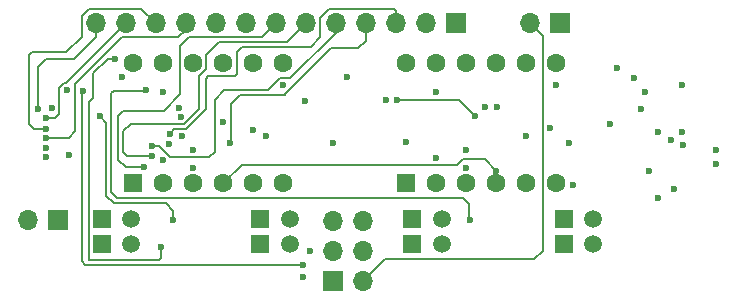
<source format=gbr>
%TF.GenerationSoftware,KiCad,Pcbnew,9.0.0*%
%TF.CreationDate,2025-05-14T14:17:17+02:00*%
%TF.ProjectId,Fluke_8050a_TM1637_Display_PCB,466c756b-655f-4383-9035-30615f544d31,rev?*%
%TF.SameCoordinates,Original*%
%TF.FileFunction,Copper,L3,Inr*%
%TF.FilePolarity,Positive*%
%FSLAX46Y46*%
G04 Gerber Fmt 4.6, Leading zero omitted, Abs format (unit mm)*
G04 Created by KiCad (PCBNEW 9.0.0) date 2025-05-14 14:17:17*
%MOMM*%
%LPD*%
G01*
G04 APERTURE LIST*
%TA.AperFunction,ComponentPad*%
%ADD10R,1.600000X1.600000*%
%TD*%
%TA.AperFunction,ComponentPad*%
%ADD11C,1.600000*%
%TD*%
%TA.AperFunction,ComponentPad*%
%ADD12R,1.500000X1.500000*%
%TD*%
%TA.AperFunction,ComponentPad*%
%ADD13C,1.500000*%
%TD*%
%TA.AperFunction,ComponentPad*%
%ADD14R,1.700000X1.700000*%
%TD*%
%TA.AperFunction,ComponentPad*%
%ADD15O,1.700000X1.700000*%
%TD*%
%TA.AperFunction,ViaPad*%
%ADD16C,0.600000*%
%TD*%
%TA.AperFunction,Conductor*%
%ADD17C,0.200000*%
%TD*%
G04 APERTURE END LIST*
D10*
%TO.N,/Segment E*%
%TO.C,D2*%
X154400000Y-56060000D03*
D11*
%TO.N,/Segment D*%
X156940000Y-56060000D03*
%TO.N,/DOT*%
X159480000Y-56060000D03*
%TO.N,/Segment C*%
X162020000Y-56060000D03*
%TO.N,/Segment G*%
X164560000Y-56060000D03*
%TO.N,unconnected-(D2-NC-Pad6)*%
X167100000Y-56060000D03*
%TO.N,/Segment B*%
X167100000Y-45900000D03*
%TO.N,/DIGIT6*%
X164560000Y-45900000D03*
%TO.N,/DIGIT5*%
X162020000Y-45900000D03*
%TO.N,/Segment F*%
X159480000Y-45900000D03*
%TO.N,/Segment A*%
X156940000Y-45900000D03*
%TO.N,/DIGIT4*%
X154400000Y-45900000D03*
%TD*%
D12*
%TO.N,Net-(D4-A)*%
%TO.C,D8*%
X165140000Y-61200000D03*
D13*
%TO.N,Net-(D8-A)*%
X167640000Y-61200000D03*
%TD*%
D12*
%TO.N,Net-(D10-K)*%
%TO.C,D10*%
X190840000Y-61200000D03*
D13*
%TO.N,Net-(D10-A)*%
X193340000Y-61200000D03*
%TD*%
D10*
%TO.N,/Segment E*%
%TO.C,D1*%
X177500000Y-56060000D03*
D11*
%TO.N,/Segment D*%
X180040000Y-56060000D03*
%TO.N,/DOT*%
X182580000Y-56060000D03*
%TO.N,/Segment C*%
X185120000Y-56060000D03*
%TO.N,/Segment G*%
X187660000Y-56060000D03*
%TO.N,unconnected-(D1-NC-Pad6)*%
X190200000Y-56060000D03*
%TO.N,/Segment B*%
X190200000Y-45900000D03*
%TO.N,/DIGIT3*%
X187660000Y-45900000D03*
%TO.N,/DIGIT2*%
X185120000Y-45900000D03*
%TO.N,/Segment F*%
X182580000Y-45900000D03*
%TO.N,/Segment A*%
X180040000Y-45900000D03*
%TO.N,/DIGIT1*%
X177500000Y-45900000D03*
%TD*%
D12*
%TO.N,Net-(D3-A)*%
%TO.C,D7*%
X151740000Y-61200000D03*
D13*
%TO.N,Net-(D7-A)*%
X154240000Y-61200000D03*
%TD*%
D12*
%TO.N,GND*%
%TO.C,D3*%
X151740000Y-59100000D03*
D13*
%TO.N,Net-(D3-A)*%
X154240000Y-59100000D03*
%TD*%
D12*
%TO.N,Net-(D5-A)*%
%TO.C,D9*%
X178040000Y-61200000D03*
D13*
%TO.N,Net-(D9-A)*%
X180540000Y-61200000D03*
%TD*%
D12*
%TO.N,GND*%
%TO.C,D6*%
X190840000Y-59100000D03*
D13*
%TO.N,Net-(D10-K)*%
X193340000Y-59100000D03*
%TD*%
D12*
%TO.N,GND*%
%TO.C,D4*%
X165140000Y-59100000D03*
D13*
%TO.N,Net-(D4-A)*%
X167640000Y-59100000D03*
%TD*%
D12*
%TO.N,GND*%
%TO.C,D5*%
X178040000Y-59100000D03*
D13*
%TO.N,Net-(D5-A)*%
X180540000Y-59100000D03*
%TD*%
D14*
%TO.N,/MISO*%
%TO.C,J1*%
X171325000Y-64325000D03*
D15*
%TO.N,Net-(J1-Pin_2)*%
X173865000Y-64325000D03*
%TO.N,/SCK*%
X171325000Y-61785000D03*
%TO.N,/MOSI*%
X173865000Y-61785000D03*
%TO.N,/RST*%
X171325000Y-59245000D03*
%TO.N,GND*%
X173865000Y-59245000D03*
%TD*%
D14*
%TO.N,Net-(J4-Pin_1)*%
%TO.C,J4*%
X148000000Y-59200000D03*
D15*
%TO.N,Net-(J4-Pin_2)*%
X145460000Y-59200000D03*
%TD*%
D14*
%TO.N,GND*%
%TO.C,J2*%
X181700000Y-42500000D03*
D15*
%TO.N,VCC*%
X179160000Y-42500000D03*
%TO.N,/Strobe 4*%
X176620000Y-42500000D03*
%TO.N,/Strobe 3*%
X174080000Y-42500000D03*
%TO.N,/Strobe 2*%
X171540000Y-42500000D03*
%TO.N,/Strobe 1*%
X169000000Y-42500000D03*
%TO.N,/DATA Z*%
X166460000Y-42500000D03*
%TO.N,/DATA Y*%
X163920000Y-42500000D03*
%TO.N,/DATA X*%
X161380000Y-42500000D03*
%TO.N,/DATA W*%
X158840000Y-42500000D03*
%TO.N,/Strobe 0*%
X156300000Y-42500000D03*
%TO.N,/HV*%
X153760000Y-42500000D03*
%TO.N,/DP*%
X151220000Y-42500000D03*
%TD*%
D14*
%TO.N,VCC*%
%TO.C,J3*%
X190500000Y-42500000D03*
D15*
%TO.N,Net-(J1-Pin_2)*%
X187960000Y-42500000D03*
%TD*%
D16*
%TO.N,/DIGIT2*%
X185195000Y-49625000D03*
X197380000Y-49800000D03*
%TO.N,/DIGIT3*%
X196780000Y-47160000D03*
%TO.N,/DIGIT1*%
X191310000Y-52680000D03*
X177500000Y-52610000D03*
X200220000Y-56560000D03*
X191610000Y-56170000D03*
%TO.N,/DIGIT6*%
X164560000Y-51540000D03*
X189660000Y-51380000D03*
%TO.N,/DIGIT5*%
X162020000Y-50890000D03*
X194750000Y-51050000D03*
%TO.N,/DIGIT4*%
X195330000Y-46300000D03*
%TO.N,VCC*%
X148960000Y-53680000D03*
%TO.N,/Segment B*%
X167100000Y-47760000D03*
X200880000Y-47780000D03*
X190220000Y-47760000D03*
%TO.N,/Segment C*%
X198080000Y-55040000D03*
X185140000Y-55000000D03*
%TO.N,/Segment D*%
X156940000Y-54130000D03*
X203739876Y-53269921D03*
X180040000Y-53881000D03*
%TO.N,/Segment G*%
X187670000Y-52040000D03*
X199900000Y-52390000D03*
X165630000Y-52070000D03*
%TO.N,/Segment F*%
X200950000Y-52830000D03*
X182580000Y-53280000D03*
X159480000Y-53271000D03*
%TO.N,/DOT*%
X159480000Y-54740000D03*
X203762241Y-54404019D03*
X182580000Y-54760000D03*
%TO.N,/Segment E*%
X198810000Y-51710000D03*
X200890000Y-51750000D03*
X198830000Y-57330000D03*
%TO.N,/Segment A*%
X156930000Y-48360000D03*
X180040000Y-48360000D03*
X197710000Y-48370000D03*
%TO.N,/Strobe 4*%
X157490000Y-51850000D03*
%TO.N,/Strobe 1*%
X156000000Y-53720000D03*
%TO.N,/DATA Z*%
X155300000Y-54710000D03*
%TO.N,/Strobe 2*%
X156010000Y-52910000D03*
%TO.N,/Strobe 3*%
X162592472Y-52661000D03*
X157470000Y-52760000D03*
%TO.N,/DATA W*%
X147000000Y-52240000D03*
%TO.N,/DATA X*%
X147000000Y-53040000D03*
%TO.N,/DP*%
X146300000Y-49800000D03*
%TO.N,/Strobe 0*%
X146980000Y-51440000D03*
%TO.N,/DATA Y*%
X147030358Y-53839426D03*
%TO.N,/HV*%
X146980000Y-50520000D03*
%TO.N,Net-(U1-DIO)*%
X158480000Y-50440000D03*
X183340000Y-50330000D03*
X176700000Y-49000000D03*
%TO.N,Net-(U1-CLK)*%
X175800000Y-49000000D03*
X158260000Y-49670000D03*
X184150000Y-49620000D03*
%TO.N,/MISO*%
X172510000Y-47040000D03*
X153490000Y-47090000D03*
%TO.N,/MOSI*%
X147490000Y-49680000D03*
X168790000Y-63980000D03*
%TO.N,/RST*%
X158510000Y-52070000D03*
X171330000Y-52660000D03*
%TO.N,/SCK*%
X168940000Y-49070000D03*
X169400000Y-61800000D03*
X148810000Y-48150000D03*
%TO.N,/LED HV*%
X157760000Y-59170000D03*
X151550000Y-50400000D03*
%TO.N,/LED REL*%
X156760000Y-61480000D03*
X152860000Y-45570000D03*
%TO.N,/LED DB*%
X155445000Y-48205000D03*
X182890000Y-59200000D03*
%TO.N,/LED NN*%
X168770000Y-62960000D03*
X150190000Y-48270000D03*
%TD*%
D17*
%TO.N,/Segment C*%
X182320000Y-54010000D02*
X184150000Y-54010000D01*
X163599000Y-54481000D02*
X181849000Y-54481000D01*
X181849000Y-54481000D02*
X182320000Y-54010000D01*
X162020000Y-56060000D02*
X163599000Y-54481000D01*
X184150000Y-54010000D02*
X185140000Y-55000000D01*
%TO.N,/Strobe 4*%
X157871000Y-51469000D02*
X158868043Y-51469000D01*
X163210000Y-46780000D02*
X163210000Y-44940000D01*
X160530000Y-47220000D02*
X160740000Y-47010000D01*
X160740000Y-47010000D02*
X162980000Y-47010000D01*
X163210000Y-44940000D02*
X163630000Y-44520000D01*
X176620000Y-41460000D02*
X176620000Y-42500000D01*
X162980000Y-47010000D02*
X163210000Y-46780000D01*
X176460000Y-41300000D02*
X176620000Y-41460000D01*
X170220000Y-43690000D02*
X170220000Y-42050000D01*
X160530000Y-49807043D02*
X160530000Y-47220000D01*
X157490000Y-51850000D02*
X157871000Y-51469000D01*
X170970000Y-41300000D02*
X176460000Y-41300000D01*
X158868043Y-51469000D02*
X160530000Y-49807043D01*
X163630000Y-44491000D02*
X169419000Y-44491000D01*
X163630000Y-44520000D02*
X163630000Y-44491000D01*
X170220000Y-42050000D02*
X170970000Y-41300000D01*
X169419000Y-44491000D02*
X170220000Y-43690000D01*
%TO.N,/Strobe 1*%
X153870000Y-53750000D02*
X153570000Y-53450000D01*
X161670000Y-44090000D02*
X167410000Y-44090000D01*
X156000000Y-53720000D02*
X155320000Y-53720000D01*
X160581000Y-45179000D02*
X161670000Y-44090000D01*
X158230057Y-51040000D02*
X158231057Y-51041000D01*
X155320000Y-53720000D02*
X155290000Y-53750000D01*
X153570000Y-51650000D02*
X154180000Y-51040000D01*
X159081000Y-50669000D02*
X159980000Y-49770000D01*
X160581000Y-46356050D02*
X160581000Y-45179000D01*
X158231057Y-51041000D02*
X158728943Y-51041000D01*
X158728943Y-51041000D02*
X159081000Y-50688943D01*
X159980000Y-49770000D02*
X159980000Y-46957050D01*
X159980000Y-46957050D02*
X160581000Y-46356050D01*
X154180000Y-51040000D02*
X158230057Y-51040000D01*
X167410000Y-44090000D02*
X169000000Y-42500000D01*
X155290000Y-53750000D02*
X153870000Y-53750000D01*
X153570000Y-53450000D02*
X153570000Y-51650000D01*
X159081000Y-50688943D02*
X159081000Y-50669000D01*
%TO.N,/DATA Z*%
X159130000Y-43690000D02*
X158380000Y-44440000D01*
X158380000Y-48540000D02*
X156980000Y-49940000D01*
X153100000Y-50340000D02*
X153100000Y-54050000D01*
X165270000Y-43690000D02*
X159130000Y-43690000D01*
X153760000Y-54710000D02*
X155300000Y-54710000D01*
X158380000Y-44440000D02*
X158380000Y-48540000D01*
X156980000Y-49940000D02*
X153500000Y-49940000D01*
X166460000Y-42500000D02*
X165270000Y-43690000D01*
X153500000Y-49940000D02*
X153100000Y-50340000D01*
X153100000Y-54050000D02*
X153760000Y-54710000D01*
%TO.N,/Strobe 2*%
X161290000Y-53430000D02*
X161290000Y-49030000D01*
X160848000Y-53872000D02*
X161290000Y-53430000D01*
X156230000Y-52910000D02*
X156250000Y-52930000D01*
X157531943Y-53872000D02*
X160848000Y-53872000D01*
X161290000Y-49030000D02*
X162130000Y-48190000D01*
X156589943Y-52930000D02*
X157531943Y-53872000D01*
X156010000Y-52910000D02*
X156230000Y-52910000D01*
X163242900Y-48190000D02*
X163253900Y-48179000D01*
X156250000Y-52930000D02*
X156589943Y-52930000D01*
X162130000Y-48190000D02*
X163242900Y-48190000D01*
X163253900Y-48179000D02*
X165831057Y-48179000D01*
X165831057Y-48179000D02*
X166851057Y-47159000D01*
X171540000Y-43300000D02*
X171540000Y-42500000D01*
X166851057Y-47159000D02*
X167681000Y-47159000D01*
X167681000Y-47159000D02*
X171540000Y-43300000D01*
%TO.N,/Strobe 3*%
X173450000Y-44620000D02*
X174080000Y-43990000D01*
X162680000Y-52573472D02*
X162680000Y-52290000D01*
X162680000Y-52260000D02*
X162680000Y-49359943D01*
X162592472Y-52661000D02*
X162680000Y-52573472D01*
X162680000Y-49359943D02*
X163459943Y-48580000D01*
X163459943Y-48580000D02*
X167260000Y-48580000D01*
X171180000Y-44620000D02*
X173450000Y-44620000D01*
X167260000Y-48540000D02*
X171180000Y-44620000D01*
X174080000Y-43990000D02*
X174080000Y-42500000D01*
X167260000Y-48580000D02*
X167260000Y-48540000D01*
%TO.N,/DATA W*%
X158840000Y-43080000D02*
X158840000Y-42500000D01*
X149500000Y-47690000D02*
X153490000Y-43700000D01*
X149500000Y-51670000D02*
X149500000Y-47690000D01*
X147000000Y-52240000D02*
X148930000Y-52240000D01*
X148930000Y-52240000D02*
X149500000Y-51670000D01*
X153490000Y-43700000D02*
X158220000Y-43700000D01*
X158220000Y-43700000D02*
X158840000Y-43080000D01*
%TO.N,/DP*%
X146300000Y-46200000D02*
X146300000Y-49800000D01*
X151220000Y-42500000D02*
X151220000Y-43680000D01*
X151220000Y-43680000D02*
X149400000Y-45500000D01*
X147000000Y-45500000D02*
X146300000Y-46200000D01*
X149400000Y-45500000D02*
X147000000Y-45500000D01*
%TO.N,/Strobe 0*%
X146980000Y-51440000D02*
X145960000Y-51440000D01*
X150050000Y-43640000D02*
X150050000Y-41890000D01*
X148750000Y-44940000D02*
X150050000Y-43640000D01*
X155070000Y-41270000D02*
X156300000Y-42500000D01*
X145850000Y-44940000D02*
X148750000Y-44940000D01*
X150670000Y-41270000D02*
X155070000Y-41270000D01*
X145960000Y-51440000D02*
X145601000Y-51081000D01*
X145601000Y-51081000D02*
X145601000Y-45189000D01*
X145601000Y-45189000D02*
X145850000Y-44940000D01*
X150050000Y-41890000D02*
X150670000Y-41270000D01*
%TO.N,/HV*%
X147800000Y-50500000D02*
X147000000Y-50500000D01*
X146980000Y-50640000D02*
X146980000Y-50520000D01*
X147000000Y-50500000D02*
X146980000Y-50520000D01*
X148100000Y-50200000D02*
X147800000Y-50500000D01*
X146990000Y-50650000D02*
X146980000Y-50640000D01*
X148100000Y-48010057D02*
X148100000Y-50200000D01*
X146980000Y-50520000D02*
X146860000Y-50520000D01*
X148561057Y-47549000D02*
X148100000Y-48010057D01*
X153760000Y-42500000D02*
X148711000Y-47549000D01*
X148711000Y-47549000D02*
X148561057Y-47549000D01*
%TO.N,Net-(U1-DIO)*%
X176700000Y-49000000D02*
X182010000Y-49000000D01*
X182010000Y-49000000D02*
X183340000Y-50330000D01*
%TO.N,Net-(J1-Pin_2)*%
X189060000Y-43600000D02*
X187960000Y-42500000D01*
X175720000Y-62470000D02*
X188360000Y-62470000D01*
X189060000Y-61770000D02*
X189060000Y-43600000D01*
X173865000Y-64325000D02*
X175720000Y-62470000D01*
X188360000Y-62470000D02*
X189060000Y-61770000D01*
%TO.N,/LED HV*%
X152140000Y-57160000D02*
X152140000Y-50990000D01*
X152140000Y-50990000D02*
X151550000Y-50400000D01*
X157150000Y-57760000D02*
X152740000Y-57760000D01*
X157760000Y-59170000D02*
X157760000Y-58370000D01*
X157760000Y-58370000D02*
X157150000Y-57760000D01*
X152740000Y-57760000D02*
X152140000Y-57160000D01*
%TO.N,/LED REL*%
X156760000Y-62360000D02*
X156561000Y-62559000D01*
X152830000Y-45540000D02*
X152860000Y-45570000D01*
X156760000Y-61480000D02*
X156760000Y-62360000D01*
X156561000Y-62559000D02*
X150689000Y-62559000D01*
X150689000Y-62559000D02*
X150650000Y-62520000D01*
X151030000Y-48827100D02*
X151030000Y-46740000D01*
X150650000Y-49207100D02*
X151030000Y-48827100D01*
X151030000Y-46740000D02*
X152230000Y-45540000D01*
X150650000Y-62520000D02*
X150650000Y-49207100D01*
X152230000Y-45540000D02*
X152830000Y-45540000D01*
%TO.N,/LED DB*%
X155440000Y-48210000D02*
X155445000Y-48205000D01*
X152550000Y-49570000D02*
X152550000Y-48460000D01*
X152550000Y-49570000D02*
X152550000Y-56800000D01*
X182860000Y-57820000D02*
X182860000Y-59170000D01*
X182860000Y-59170000D02*
X182890000Y-59200000D01*
X182340000Y-57300000D02*
X182860000Y-57820000D01*
X152800000Y-48210000D02*
X155440000Y-48210000D01*
X152550000Y-56800000D02*
X153050000Y-57300000D01*
X153050000Y-57300000D02*
X182340000Y-57300000D01*
X152550000Y-48460000D02*
X152800000Y-48210000D01*
X155445000Y-48205000D02*
X155450000Y-48200000D01*
%TO.N,/LED NN*%
X168770000Y-62960000D02*
X150340000Y-62960000D01*
X150040000Y-48420000D02*
X150190000Y-48270000D01*
X150340000Y-62960000D02*
X150040000Y-62660000D01*
X150040000Y-62660000D02*
X150040000Y-48420000D01*
%TD*%
M02*

</source>
